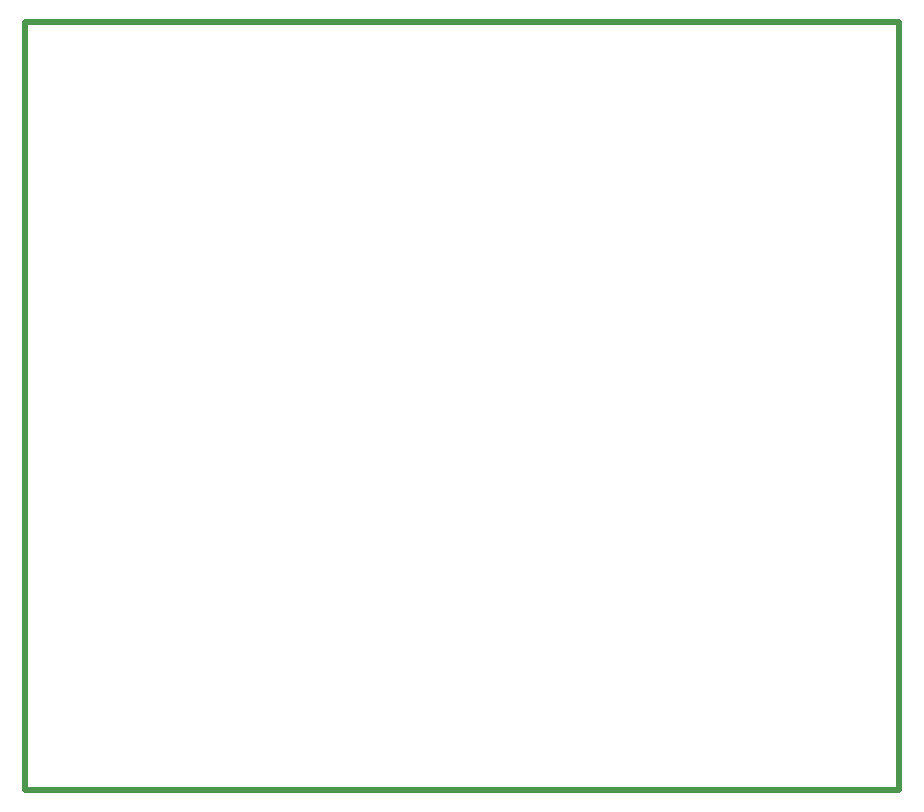
<source format=gko>
G04 Layer_Color=16711935*
%FSAX44Y44*%
%MOMM*%
G71*
G01*
G75*
%ADD30C,0.5000*%
D30*
X00000000Y00000000D02*
Y00650000D01*
X00740000D01*
Y00000000D01*
X00000000D01*
M02*

</source>
